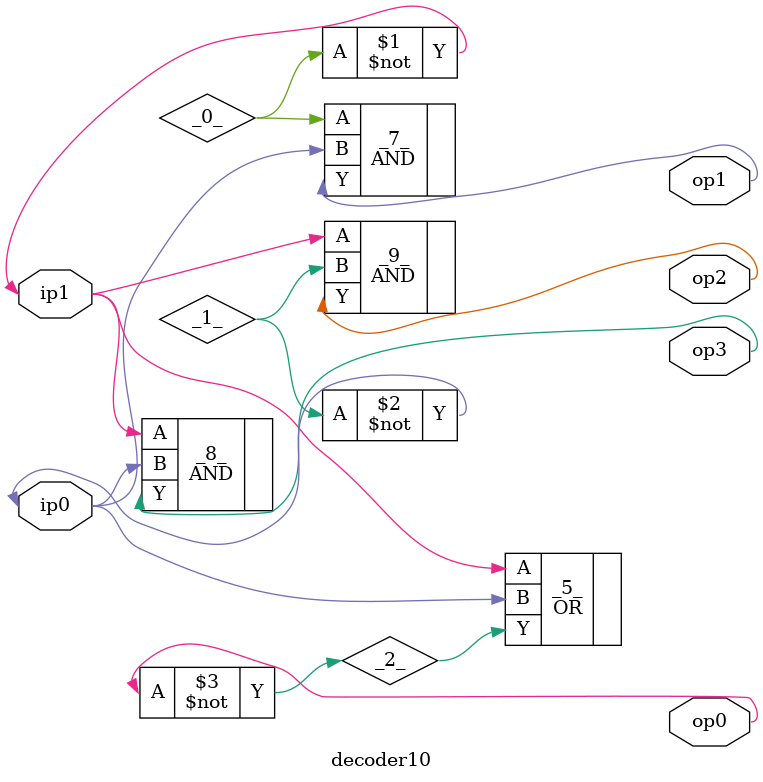
<source format=v>
/* Generated by Yosys 0.41+83 (git sha1 7045cf509, x86_64-w64-mingw32-g++ 13.2.1 -Os) */

/* cells_not_processed =  1  */
/* src = "decoder10.v:1.1-26.10" */
module decoder10(ip0, ip1, op0, op1, op2, op3);
  wire _0_;
  wire _1_;
  wire _2_;
  /* src = "decoder10.v:3.7-3.10" */
  input ip0;
  wire ip0;
  /* src = "decoder10.v:3.11-3.14" */
  input ip1;
  wire ip1;
  /* src = "decoder10.v:4.12-4.15" */
  output op0;
  wire op0;
  /* src = "decoder10.v:4.16-4.19" */
  output op1;
  wire op1;
  /* src = "decoder10.v:4.20-4.23" */
  output op2;
  wire op2;
  /* src = "decoder10.v:4.24-4.27" */
  output op3;
  wire op3;
  not _3_ (
    .A(ip1),
    .Y(_0_)
  );
  not _4_ (
    .A(ip0),
    .Y(_1_)
  );
  OR _5_ (
    .A(ip1),
    .B(ip0),
    .Y(_2_)
  );
  not _6_ (
    .A(_2_),
    .Y(op0)
  );
  AND _7_ (
    .A(_0_),
    .B(ip0),
    .Y(op1)
  );
  AND _8_ (
    .A(ip1),
    .B(ip0),
    .Y(op3)
  );
  AND _9_ (
    .A(ip1),
    .B(_1_),
    .Y(op2)
  );
endmodule

</source>
